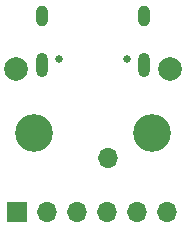
<source format=gbs>
G04 #@! TF.GenerationSoftware,KiCad,Pcbnew,7.0.7*
G04 #@! TF.CreationDate,2024-02-23T23:35:20+01:00*
G04 #@! TF.ProjectId,SL_USB-TypeC-Breakout,534c5f55-5342-42d5-9479-7065432d4272,v1.0*
G04 #@! TF.SameCoordinates,Original*
G04 #@! TF.FileFunction,Soldermask,Bot*
G04 #@! TF.FilePolarity,Negative*
%FSLAX46Y46*%
G04 Gerber Fmt 4.6, Leading zero omitted, Abs format (unit mm)*
G04 Created by KiCad (PCBNEW 7.0.7) date 2024-02-23 23:35:20*
%MOMM*%
%LPD*%
G01*
G04 APERTURE LIST*
%ADD10C,2.000000*%
%ADD11C,3.200000*%
%ADD12O,1.700000X1.700000*%
%ADD13R,1.700000X1.700000*%
%ADD14C,0.650000*%
%ADD15O,1.000000X2.100000*%
%ADD16O,1.000000X1.800000*%
G04 APERTURE END LIST*
D10*
X92350000Y-55466250D03*
D11*
X93850000Y-60916250D03*
X103850000Y-60916250D03*
D12*
X100140000Y-63000000D03*
D10*
X105350000Y-55466250D03*
D13*
X92450000Y-67533750D03*
D12*
X94990000Y-67533750D03*
X97530000Y-67533750D03*
X100070000Y-67533750D03*
X102610000Y-67533750D03*
X105150000Y-67533750D03*
D14*
X101720000Y-54646250D03*
X95940000Y-54646250D03*
D15*
X103150000Y-55146250D03*
D16*
X103150000Y-50966250D03*
D15*
X94510000Y-55146250D03*
D16*
X94510000Y-50966250D03*
M02*

</source>
